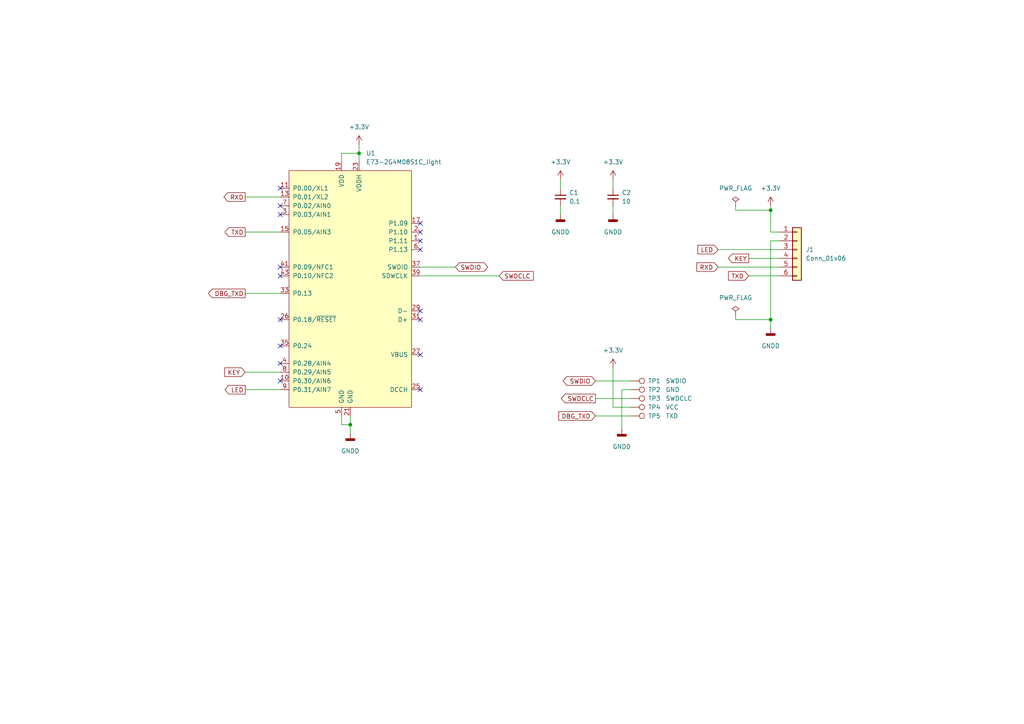
<source format=kicad_sch>
(kicad_sch (version 20211123) (generator eeschema)

  (uuid f743591c-844e-4a22-9ce7-e2a6824acfc2)

  (paper "A4")

  (lib_symbols
    (symbol "Connector:TestPoint" (pin_numbers hide) (pin_names (offset 0.762) hide) (in_bom yes) (on_board yes)
      (property "Reference" "TP" (id 0) (at 0 6.858 0)
        (effects (font (size 1.27 1.27)))
      )
      (property "Value" "TestPoint" (id 1) (at 0 5.08 0)
        (effects (font (size 1.27 1.27)))
      )
      (property "Footprint" "" (id 2) (at 5.08 0 0)
        (effects (font (size 1.27 1.27)) hide)
      )
      (property "Datasheet" "~" (id 3) (at 5.08 0 0)
        (effects (font (size 1.27 1.27)) hide)
      )
      (property "ki_keywords" "test point tp" (id 4) (at 0 0 0)
        (effects (font (size 1.27 1.27)) hide)
      )
      (property "ki_description" "test point" (id 5) (at 0 0 0)
        (effects (font (size 1.27 1.27)) hide)
      )
      (property "ki_fp_filters" "Pin* Test*" (id 6) (at 0 0 0)
        (effects (font (size 1.27 1.27)) hide)
      )
      (symbol "TestPoint_0_1"
        (circle (center 0 3.302) (radius 0.762)
          (stroke (width 0) (type default) (color 0 0 0 0))
          (fill (type none))
        )
      )
      (symbol "TestPoint_1_1"
        (pin passive line (at 0 0 90) (length 2.54)
          (name "1" (effects (font (size 1.27 1.27))))
          (number "1" (effects (font (size 1.27 1.27))))
        )
      )
    )
    (symbol "Connector_Generic:Conn_01x06" (pin_names (offset 1.016) hide) (in_bom yes) (on_board yes)
      (property "Reference" "J" (id 0) (at 0 7.62 0)
        (effects (font (size 1.27 1.27)))
      )
      (property "Value" "Conn_01x06" (id 1) (at 0 -10.16 0)
        (effects (font (size 1.27 1.27)))
      )
      (property "Footprint" "" (id 2) (at 0 0 0)
        (effects (font (size 1.27 1.27)) hide)
      )
      (property "Datasheet" "~" (id 3) (at 0 0 0)
        (effects (font (size 1.27 1.27)) hide)
      )
      (property "ki_keywords" "connector" (id 4) (at 0 0 0)
        (effects (font (size 1.27 1.27)) hide)
      )
      (property "ki_description" "Generic connector, single row, 01x06, script generated (kicad-library-utils/schlib/autogen/connector/)" (id 5) (at 0 0 0)
        (effects (font (size 1.27 1.27)) hide)
      )
      (property "ki_fp_filters" "Connector*:*_1x??_*" (id 6) (at 0 0 0)
        (effects (font (size 1.27 1.27)) hide)
      )
      (symbol "Conn_01x06_1_1"
        (rectangle (start -1.27 -7.493) (end 0 -7.747)
          (stroke (width 0.1524) (type default) (color 0 0 0 0))
          (fill (type none))
        )
        (rectangle (start -1.27 -4.953) (end 0 -5.207)
          (stroke (width 0.1524) (type default) (color 0 0 0 0))
          (fill (type none))
        )
        (rectangle (start -1.27 -2.413) (end 0 -2.667)
          (stroke (width 0.1524) (type default) (color 0 0 0 0))
          (fill (type none))
        )
        (rectangle (start -1.27 0.127) (end 0 -0.127)
          (stroke (width 0.1524) (type default) (color 0 0 0 0))
          (fill (type none))
        )
        (rectangle (start -1.27 2.667) (end 0 2.413)
          (stroke (width 0.1524) (type default) (color 0 0 0 0))
          (fill (type none))
        )
        (rectangle (start -1.27 5.207) (end 0 4.953)
          (stroke (width 0.1524) (type default) (color 0 0 0 0))
          (fill (type none))
        )
        (rectangle (start -1.27 6.35) (end 1.27 -8.89)
          (stroke (width 0.254) (type default) (color 0 0 0 0))
          (fill (type background))
        )
        (pin passive line (at -5.08 5.08 0) (length 3.81)
          (name "Pin_1" (effects (font (size 1.27 1.27))))
          (number "1" (effects (font (size 1.27 1.27))))
        )
        (pin passive line (at -5.08 2.54 0) (length 3.81)
          (name "Pin_2" (effects (font (size 1.27 1.27))))
          (number "2" (effects (font (size 1.27 1.27))))
        )
        (pin passive line (at -5.08 0 0) (length 3.81)
          (name "Pin_3" (effects (font (size 1.27 1.27))))
          (number "3" (effects (font (size 1.27 1.27))))
        )
        (pin passive line (at -5.08 -2.54 0) (length 3.81)
          (name "Pin_4" (effects (font (size 1.27 1.27))))
          (number "4" (effects (font (size 1.27 1.27))))
        )
        (pin passive line (at -5.08 -5.08 0) (length 3.81)
          (name "Pin_5" (effects (font (size 1.27 1.27))))
          (number "5" (effects (font (size 1.27 1.27))))
        )
        (pin passive line (at -5.08 -7.62 0) (length 3.81)
          (name "Pin_6" (effects (font (size 1.27 1.27))))
          (number "6" (effects (font (size 1.27 1.27))))
        )
      )
    )
    (symbol "Device:C_Small" (pin_numbers hide) (pin_names (offset 0.254) hide) (in_bom yes) (on_board yes)
      (property "Reference" "C" (id 0) (at 0.254 1.778 0)
        (effects (font (size 1.27 1.27)) (justify left))
      )
      (property "Value" "C_Small" (id 1) (at 0.254 -2.032 0)
        (effects (font (size 1.27 1.27)) (justify left))
      )
      (property "Footprint" "" (id 2) (at 0 0 0)
        (effects (font (size 1.27 1.27)) hide)
      )
      (property "Datasheet" "~" (id 3) (at 0 0 0)
        (effects (font (size 1.27 1.27)) hide)
      )
      (property "ki_keywords" "capacitor cap" (id 4) (at 0 0 0)
        (effects (font (size 1.27 1.27)) hide)
      )
      (property "ki_description" "Unpolarized capacitor, small symbol" (id 5) (at 0 0 0)
        (effects (font (size 1.27 1.27)) hide)
      )
      (property "ki_fp_filters" "C_*" (id 6) (at 0 0 0)
        (effects (font (size 1.27 1.27)) hide)
      )
      (symbol "C_Small_0_1"
        (polyline
          (pts
            (xy -1.524 -0.508)
            (xy 1.524 -0.508)
          )
          (stroke (width 0.3302) (type default) (color 0 0 0 0))
          (fill (type none))
        )
        (polyline
          (pts
            (xy -1.524 0.508)
            (xy 1.524 0.508)
          )
          (stroke (width 0.3048) (type default) (color 0 0 0 0))
          (fill (type none))
        )
      )
      (symbol "C_Small_1_1"
        (pin passive line (at 0 2.54 270) (length 2.032)
          (name "~" (effects (font (size 1.27 1.27))))
          (number "1" (effects (font (size 1.27 1.27))))
        )
        (pin passive line (at 0 -2.54 90) (length 2.032)
          (name "~" (effects (font (size 1.27 1.27))))
          (number "2" (effects (font (size 1.27 1.27))))
        )
      )
    )
    (symbol "nrf5:E73-2G4M08S1C_light" (pin_names (offset 1.016)) (in_bom yes) (on_board yes)
      (property "Reference" "U" (id 0) (at -15.24 -38.1 0)
        (effects (font (size 1.27 1.27)))
      )
      (property "Value" "E73-2G4M08S1C_light" (id 1) (at 0 0 90)
        (effects (font (size 1.27 1.27)))
      )
      (property "Footprint" "nrf5:E73-2G4M08S1C_light" (id 2) (at 2.54 0 90)
        (effects (font (size 1.27 1.27)) hide)
      )
      (property "Datasheet" "" (id 3) (at 0 0 0)
        (effects (font (size 1.27 1.27)) hide)
      )
      (symbol "E73-2G4M08S1C_light_0_1"
        (rectangle (start -17.78 33.02) (end 17.78 -35.56)
          (stroke (width 0) (type default) (color 0 0 0 0))
          (fill (type background))
        )
      )
      (symbol "E73-2G4M08S1C_light_1_1"
        (pin bidirectional line (at 20.32 12.7 180) (length 2.54)
          (name "P1.11" (effects (font (size 1.27 1.27))))
          (number "1" (effects (font (size 1.27 1.27))))
        )
        (pin bidirectional line (at -20.32 -27.94 0) (length 2.54)
          (name "P0.30/AIN6" (effects (font (size 1.27 1.27))))
          (number "10" (effects (font (size 1.27 1.27))))
        )
        (pin bidirectional line (at -20.32 27.94 0) (length 2.54)
          (name "P0.00/XL1" (effects (font (size 1.27 1.27))))
          (number "11" (effects (font (size 1.27 1.27))))
        )
        (pin bidirectional line (at -20.32 25.4 0) (length 2.54)
          (name "P0.01/XL2" (effects (font (size 1.27 1.27))))
          (number "13" (effects (font (size 1.27 1.27))))
        )
        (pin bidirectional line (at -20.32 15.24 0) (length 2.54)
          (name "P0.05/AIN3" (effects (font (size 1.27 1.27))))
          (number "15" (effects (font (size 1.27 1.27))))
        )
        (pin bidirectional line (at 20.32 17.78 180) (length 2.54)
          (name "P1.09" (effects (font (size 1.27 1.27))))
          (number "17" (effects (font (size 1.27 1.27))))
        )
        (pin power_in line (at -2.54 35.56 270) (length 2.54)
          (name "VDD" (effects (font (size 1.27 1.27))))
          (number "19" (effects (font (size 1.27 1.27))))
        )
        (pin bidirectional line (at 20.32 15.24 180) (length 2.54)
          (name "P1.10" (effects (font (size 1.27 1.27))))
          (number "2" (effects (font (size 1.27 1.27))))
        )
        (pin power_in line (at 0 -38.1 90) (length 2.54)
          (name "GND" (effects (font (size 1.27 1.27))))
          (number "21" (effects (font (size 1.27 1.27))))
        )
        (pin power_in line (at 2.54 35.56 270) (length 2.54)
          (name "VDDH" (effects (font (size 1.27 1.27))))
          (number "23" (effects (font (size 1.27 1.27))))
        )
        (pin power_out line (at 20.32 -30.48 180) (length 2.54)
          (name "DCCH" (effects (font (size 1.27 1.27))))
          (number "25" (effects (font (size 1.27 1.27))))
        )
        (pin bidirectional line (at -20.32 -10.16 0) (length 2.54)
          (name "P0.18/~{RESET}" (effects (font (size 1.27 1.27))))
          (number "26" (effects (font (size 1.27 1.27))))
        )
        (pin power_in line (at 20.32 -20.32 180) (length 2.54)
          (name "VBUS" (effects (font (size 1.27 1.27))))
          (number "27" (effects (font (size 1.27 1.27))))
        )
        (pin bidirectional line (at 20.32 -7.62 180) (length 2.54)
          (name "D-" (effects (font (size 1.27 1.27))))
          (number "29" (effects (font (size 1.27 1.27))))
        )
        (pin bidirectional line (at -20.32 20.32 0) (length 2.54)
          (name "P0.03/AIN1" (effects (font (size 1.27 1.27))))
          (number "3" (effects (font (size 1.27 1.27))))
        )
        (pin bidirectional line (at 20.32 -10.16 180) (length 2.54)
          (name "D+" (effects (font (size 1.27 1.27))))
          (number "31" (effects (font (size 1.27 1.27))))
        )
        (pin bidirectional line (at -20.32 -2.54 0) (length 2.54)
          (name "P0.13" (effects (font (size 1.27 1.27))))
          (number "33" (effects (font (size 1.27 1.27))))
        )
        (pin bidirectional line (at -20.32 -17.78 0) (length 2.54)
          (name "P0.24" (effects (font (size 1.27 1.27))))
          (number "35" (effects (font (size 1.27 1.27))))
        )
        (pin bidirectional line (at 20.32 5.08 180) (length 2.54)
          (name "SWDIO" (effects (font (size 1.27 1.27))))
          (number "37" (effects (font (size 1.27 1.27))))
        )
        (pin input line (at 20.32 2.54 180) (length 2.54)
          (name "SDWCLK" (effects (font (size 1.27 1.27))))
          (number "39" (effects (font (size 1.27 1.27))))
        )
        (pin bidirectional line (at -20.32 -22.86 0) (length 2.54)
          (name "P0.28/AIN4" (effects (font (size 1.27 1.27))))
          (number "4" (effects (font (size 1.27 1.27))))
        )
        (pin bidirectional line (at -20.32 5.08 0) (length 2.54)
          (name "P0.09/NFC1" (effects (font (size 1.27 1.27))))
          (number "41" (effects (font (size 1.27 1.27))))
        )
        (pin bidirectional line (at -20.32 2.54 0) (length 2.54)
          (name "P0.10/NFC2" (effects (font (size 1.27 1.27))))
          (number "43" (effects (font (size 1.27 1.27))))
        )
        (pin power_in line (at -2.54 -38.1 90) (length 2.54)
          (name "GND" (effects (font (size 1.27 1.27))))
          (number "5" (effects (font (size 1.27 1.27))))
        )
        (pin bidirectional line (at 20.32 10.16 180) (length 2.54)
          (name "P1.13" (effects (font (size 1.27 1.27))))
          (number "6" (effects (font (size 1.27 1.27))))
        )
        (pin bidirectional line (at -20.32 22.86 0) (length 2.54)
          (name "P0.02/AIN0" (effects (font (size 1.27 1.27))))
          (number "7" (effects (font (size 1.27 1.27))))
        )
        (pin bidirectional line (at -20.32 -25.4 0) (length 2.54)
          (name "P0.29/AIN5" (effects (font (size 1.27 1.27))))
          (number "8" (effects (font (size 1.27 1.27))))
        )
        (pin bidirectional line (at -20.32 -30.48 0) (length 2.54)
          (name "P0.31/AIN7" (effects (font (size 1.27 1.27))))
          (number "9" (effects (font (size 1.27 1.27))))
        )
      )
    )
    (symbol "power:+3.3V" (power) (pin_names (offset 0)) (in_bom yes) (on_board yes)
      (property "Reference" "#PWR" (id 0) (at 0 -3.81 0)
        (effects (font (size 1.27 1.27)) hide)
      )
      (property "Value" "+3.3V" (id 1) (at 0 3.556 0)
        (effects (font (size 1.27 1.27)))
      )
      (property "Footprint" "" (id 2) (at 0 0 0)
        (effects (font (size 1.27 1.27)) hide)
      )
      (property "Datasheet" "" (id 3) (at 0 0 0)
        (effects (font (size 1.27 1.27)) hide)
      )
      (property "ki_keywords" "power-flag" (id 4) (at 0 0 0)
        (effects (font (size 1.27 1.27)) hide)
      )
      (property "ki_description" "Power symbol creates a global label with name \"+3.3V\"" (id 5) (at 0 0 0)
        (effects (font (size 1.27 1.27)) hide)
      )
      (symbol "+3.3V_0_1"
        (polyline
          (pts
            (xy -0.762 1.27)
            (xy 0 2.54)
          )
          (stroke (width 0) (type default) (color 0 0 0 0))
          (fill (type none))
        )
        (polyline
          (pts
            (xy 0 0)
            (xy 0 2.54)
          )
          (stroke (width 0) (type default) (color 0 0 0 0))
          (fill (type none))
        )
        (polyline
          (pts
            (xy 0 2.54)
            (xy 0.762 1.27)
          )
          (stroke (width 0) (type default) (color 0 0 0 0))
          (fill (type none))
        )
      )
      (symbol "+3.3V_1_1"
        (pin power_in line (at 0 0 90) (length 0) hide
          (name "+3.3V" (effects (font (size 1.27 1.27))))
          (number "1" (effects (font (size 1.27 1.27))))
        )
      )
    )
    (symbol "power:GNDD" (power) (pin_names (offset 0)) (in_bom yes) (on_board yes)
      (property "Reference" "#PWR" (id 0) (at 0 -6.35 0)
        (effects (font (size 1.27 1.27)) hide)
      )
      (property "Value" "GNDD" (id 1) (at 0 -3.175 0)
        (effects (font (size 1.27 1.27)))
      )
      (property "Footprint" "" (id 2) (at 0 0 0)
        (effects (font (size 1.27 1.27)) hide)
      )
      (property "Datasheet" "" (id 3) (at 0 0 0)
        (effects (font (size 1.27 1.27)) hide)
      )
      (property "ki_keywords" "power-flag" (id 4) (at 0 0 0)
        (effects (font (size 1.27 1.27)) hide)
      )
      (property "ki_description" "Power symbol creates a global label with name \"GNDD\" , digital ground" (id 5) (at 0 0 0)
        (effects (font (size 1.27 1.27)) hide)
      )
      (symbol "GNDD_0_1"
        (rectangle (start -1.27 -1.524) (end 1.27 -2.032)
          (stroke (width 0.254) (type default) (color 0 0 0 0))
          (fill (type outline))
        )
        (polyline
          (pts
            (xy 0 0)
            (xy 0 -1.524)
          )
          (stroke (width 0) (type default) (color 0 0 0 0))
          (fill (type none))
        )
      )
      (symbol "GNDD_1_1"
        (pin power_in line (at 0 0 270) (length 0) hide
          (name "GNDD" (effects (font (size 1.27 1.27))))
          (number "1" (effects (font (size 1.27 1.27))))
        )
      )
    )
    (symbol "power:PWR_FLAG" (power) (pin_numbers hide) (pin_names (offset 0) hide) (in_bom yes) (on_board yes)
      (property "Reference" "#FLG" (id 0) (at 0 1.905 0)
        (effects (font (size 1.27 1.27)) hide)
      )
      (property "Value" "PWR_FLAG" (id 1) (at 0 3.81 0)
        (effects (font (size 1.27 1.27)))
      )
      (property "Footprint" "" (id 2) (at 0 0 0)
        (effects (font (size 1.27 1.27)) hide)
      )
      (property "Datasheet" "~" (id 3) (at 0 0 0)
        (effects (font (size 1.27 1.27)) hide)
      )
      (property "ki_keywords" "power-flag" (id 4) (at 0 0 0)
        (effects (font (size 1.27 1.27)) hide)
      )
      (property "ki_description" "Special symbol for telling ERC where power comes from" (id 5) (at 0 0 0)
        (effects (font (size 1.27 1.27)) hide)
      )
      (symbol "PWR_FLAG_0_0"
        (pin power_out line (at 0 0 90) (length 0)
          (name "pwr" (effects (font (size 1.27 1.27))))
          (number "1" (effects (font (size 1.27 1.27))))
        )
      )
      (symbol "PWR_FLAG_0_1"
        (polyline
          (pts
            (xy 0 0)
            (xy 0 1.27)
            (xy -1.016 1.905)
            (xy 0 2.54)
            (xy 1.016 1.905)
            (xy 0 1.27)
          )
          (stroke (width 0) (type default) (color 0 0 0 0))
          (fill (type none))
        )
      )
    )
  )


  (junction (at 104.14 44.45) (diameter 0) (color 0 0 0 0)
    (uuid 1db6969b-2f27-496e-bfd9-361df1b606dc)
  )
  (junction (at 223.52 92.71) (diameter 0) (color 0 0 0 0)
    (uuid 3fa4f282-088f-4682-a974-57897318690b)
  )
  (junction (at 101.6 123.19) (diameter 0) (color 0 0 0 0)
    (uuid b8dbc567-2500-4099-a35f-d348eddf861b)
  )
  (junction (at 223.52 60.96) (diameter 0) (color 0 0 0 0)
    (uuid e7c3170f-5bfa-44bb-9d15-81666507b11f)
  )

  (no_connect (at 81.28 110.49) (uuid 536b90bf-4dca-49cc-aa7d-dcf91199453a))
  (no_connect (at 81.28 105.41) (uuid 536b90bf-4dca-49cc-aa7d-dcf91199453a))
  (no_connect (at 81.28 77.47) (uuid 536b90bf-4dca-49cc-aa7d-dcf91199453a))
  (no_connect (at 81.28 80.01) (uuid 536b90bf-4dca-49cc-aa7d-dcf91199453a))
  (no_connect (at 81.28 100.33) (uuid 536b90bf-4dca-49cc-aa7d-dcf91199453a))
  (no_connect (at 121.92 69.85) (uuid 536b90bf-4dca-49cc-aa7d-dcf91199453a))
  (no_connect (at 121.92 72.39) (uuid 536b90bf-4dca-49cc-aa7d-dcf91199453a))
  (no_connect (at 121.92 67.31) (uuid 536b90bf-4dca-49cc-aa7d-dcf91199453a))
  (no_connect (at 121.92 64.77) (uuid 536b90bf-4dca-49cc-aa7d-dcf91199453a))
  (no_connect (at 81.28 59.69) (uuid 536b90bf-4dca-49cc-aa7d-dcf91199453a))
  (no_connect (at 81.28 62.23) (uuid 536b90bf-4dca-49cc-aa7d-dcf91199453a))
  (no_connect (at 81.28 54.61) (uuid 536b90bf-4dca-49cc-aa7d-dcf91199453a))
  (no_connect (at 121.92 113.03) (uuid 6b39227f-d30e-4309-8bf7-9fe148d96435))
  (no_connect (at 121.92 102.87) (uuid 6b39227f-d30e-4309-8bf7-9fe148d96436))
  (no_connect (at 121.92 92.71) (uuid 6b39227f-d30e-4309-8bf7-9fe148d96437))
  (no_connect (at 121.92 90.17) (uuid 6b39227f-d30e-4309-8bf7-9fe148d96438))
  (no_connect (at 81.28 92.71) (uuid 6b39227f-d30e-4309-8bf7-9fe148d96439))

  (wire (pts (xy 71.12 113.03) (xy 81.28 113.03))
    (stroke (width 0) (type default) (color 0 0 0 0))
    (uuid 1261a5d1-021b-4bd6-bafb-64c20d6f2834)
  )
  (wire (pts (xy 121.92 77.47) (xy 132.08 77.47))
    (stroke (width 0) (type default) (color 0 0 0 0))
    (uuid 1c70a019-f5fb-4d42-8734-92b1a1c01ca0)
  )
  (wire (pts (xy 208.28 72.39) (xy 226.06 72.39))
    (stroke (width 0) (type default) (color 0 0 0 0))
    (uuid 1fa753dd-35e0-4bbe-97a8-8575b4355fc2)
  )
  (wire (pts (xy 213.36 60.96) (xy 223.52 60.96))
    (stroke (width 0) (type default) (color 0 0 0 0))
    (uuid 30878ce1-233c-4e39-8b70-afcaa27fe345)
  )
  (wire (pts (xy 182.88 115.57) (xy 172.72 115.57))
    (stroke (width 0) (type default) (color 0 0 0 0))
    (uuid 3c98c5eb-e949-4f8d-a139-f0e1b44f5d73)
  )
  (wire (pts (xy 223.52 59.69) (xy 223.52 60.96))
    (stroke (width 0) (type default) (color 0 0 0 0))
    (uuid 3eec0b6a-d708-4f57-80ec-60582933abde)
  )
  (wire (pts (xy 99.06 46.99) (xy 99.06 44.45))
    (stroke (width 0) (type default) (color 0 0 0 0))
    (uuid 4704bd58-f312-4b13-b497-e98e582fb447)
  )
  (wire (pts (xy 213.36 91.44) (xy 213.36 92.71))
    (stroke (width 0) (type default) (color 0 0 0 0))
    (uuid 49498680-8fee-4bbe-9f8f-4d182a117183)
  )
  (wire (pts (xy 177.8 118.11) (xy 182.88 118.11))
    (stroke (width 0) (type default) (color 0 0 0 0))
    (uuid 4f7fd926-650a-442c-9841-374527e11e0d)
  )
  (wire (pts (xy 177.8 52.07) (xy 177.8 54.61))
    (stroke (width 0) (type default) (color 0 0 0 0))
    (uuid 5244131b-4991-4689-926c-1a9f3696deea)
  )
  (wire (pts (xy 177.8 59.69) (xy 177.8 62.23))
    (stroke (width 0) (type default) (color 0 0 0 0))
    (uuid 53f15ece-816e-40fb-8cf3-bfbdf54fdde1)
  )
  (wire (pts (xy 121.92 80.01) (xy 144.78 80.01))
    (stroke (width 0) (type default) (color 0 0 0 0))
    (uuid 590def06-2d4e-4116-a26d-d8ccad5a5f2e)
  )
  (wire (pts (xy 101.6 120.65) (xy 101.6 123.19))
    (stroke (width 0) (type default) (color 0 0 0 0))
    (uuid 59e14194-013e-4124-8492-39d9e23253c9)
  )
  (wire (pts (xy 223.52 69.85) (xy 223.52 92.71))
    (stroke (width 0) (type default) (color 0 0 0 0))
    (uuid 5aa3af75-a4d8-4e55-b290-c1d156a99b1a)
  )
  (wire (pts (xy 71.12 107.95) (xy 81.28 107.95))
    (stroke (width 0) (type default) (color 0 0 0 0))
    (uuid 5d9e7232-2c41-4366-8433-b25c60a8443b)
  )
  (wire (pts (xy 213.36 92.71) (xy 223.52 92.71))
    (stroke (width 0) (type default) (color 0 0 0 0))
    (uuid 69db891c-fae4-4fc7-89d9-ff72db1543cc)
  )
  (wire (pts (xy 99.06 120.65) (xy 99.06 123.19))
    (stroke (width 0) (type default) (color 0 0 0 0))
    (uuid 6aad9864-d752-4b12-b23f-734f0c96fd82)
  )
  (wire (pts (xy 162.56 52.07) (xy 162.56 54.61))
    (stroke (width 0) (type default) (color 0 0 0 0))
    (uuid 7690600c-b0ed-4107-af74-2d8d5b80bf64)
  )
  (wire (pts (xy 217.17 80.01) (xy 226.06 80.01))
    (stroke (width 0) (type default) (color 0 0 0 0))
    (uuid 7743cfcb-346b-4885-bf05-5398325ef996)
  )
  (wire (pts (xy 162.56 59.69) (xy 162.56 62.23))
    (stroke (width 0) (type default) (color 0 0 0 0))
    (uuid 8bedd7b3-1b1d-481c-ac66-7eed475ee620)
  )
  (wire (pts (xy 213.36 59.69) (xy 213.36 60.96))
    (stroke (width 0) (type default) (color 0 0 0 0))
    (uuid 90976f11-7a8a-47c9-a7b7-a30e38f5d22d)
  )
  (wire (pts (xy 223.52 60.96) (xy 223.52 67.31))
    (stroke (width 0) (type default) (color 0 0 0 0))
    (uuid 95081767-f2aa-41fc-b21c-0756d66c260c)
  )
  (wire (pts (xy 99.06 123.19) (xy 101.6 123.19))
    (stroke (width 0) (type default) (color 0 0 0 0))
    (uuid 993d54af-b342-4aa6-9cb6-985490ff80ce)
  )
  (wire (pts (xy 180.34 113.03) (xy 182.88 113.03))
    (stroke (width 0) (type default) (color 0 0 0 0))
    (uuid a26d6d13-6396-4ca9-a7e2-3c34dfcfa485)
  )
  (wire (pts (xy 104.14 41.91) (xy 104.14 44.45))
    (stroke (width 0) (type default) (color 0 0 0 0))
    (uuid abfc8d62-97f6-4335-92f8-8d363086a626)
  )
  (wire (pts (xy 226.06 67.31) (xy 223.52 67.31))
    (stroke (width 0) (type default) (color 0 0 0 0))
    (uuid b5fc5a79-21b5-4de9-9456-deee37505d1b)
  )
  (wire (pts (xy 101.6 123.19) (xy 101.6 125.73))
    (stroke (width 0) (type default) (color 0 0 0 0))
    (uuid b914f925-542d-48cb-bc90-bdc2ce8973c9)
  )
  (wire (pts (xy 180.34 113.03) (xy 180.34 124.46))
    (stroke (width 0) (type default) (color 0 0 0 0))
    (uuid bcb73d1e-f066-455e-b0d2-d4376f32259f)
  )
  (wire (pts (xy 208.28 77.47) (xy 226.06 77.47))
    (stroke (width 0) (type default) (color 0 0 0 0))
    (uuid c3d43f88-c821-4da4-93c0-9a00012da8a1)
  )
  (wire (pts (xy 104.14 44.45) (xy 104.14 46.99))
    (stroke (width 0) (type default) (color 0 0 0 0))
    (uuid c8383c00-8792-474d-b86a-1fd4c89bbf33)
  )
  (wire (pts (xy 223.52 69.85) (xy 226.06 69.85))
    (stroke (width 0) (type default) (color 0 0 0 0))
    (uuid d3a68a27-c3f8-49c4-a98d-f3899384ea14)
  )
  (wire (pts (xy 71.12 57.15) (xy 81.28 57.15))
    (stroke (width 0) (type default) (color 0 0 0 0))
    (uuid dba2dbf4-9605-4545-bd35-1ce277241a90)
  )
  (wire (pts (xy 71.12 67.31) (xy 81.28 67.31))
    (stroke (width 0) (type default) (color 0 0 0 0))
    (uuid e1d3b6a5-379c-4db5-b756-cb2304fe93af)
  )
  (wire (pts (xy 172.72 120.65) (xy 182.88 120.65))
    (stroke (width 0) (type default) (color 0 0 0 0))
    (uuid e4f34462-6d58-4887-bbd3-11c63f399c09)
  )
  (wire (pts (xy 223.52 92.71) (xy 223.52 95.25))
    (stroke (width 0) (type default) (color 0 0 0 0))
    (uuid e67d40da-42b6-4888-8622-e068507f9913)
  )
  (wire (pts (xy 71.12 85.09) (xy 81.28 85.09))
    (stroke (width 0) (type default) (color 0 0 0 0))
    (uuid ec3d178a-a0e4-4bd9-99f3-83f3cf7e4176)
  )
  (wire (pts (xy 99.06 44.45) (xy 104.14 44.45))
    (stroke (width 0) (type default) (color 0 0 0 0))
    (uuid f22ba559-3afe-447c-b03a-a226219bf72c)
  )
  (wire (pts (xy 182.88 110.49) (xy 172.72 110.49))
    (stroke (width 0) (type default) (color 0 0 0 0))
    (uuid f9f2741b-4957-4b70-ab35-d6b6b4c4498b)
  )
  (wire (pts (xy 217.17 74.93) (xy 226.06 74.93))
    (stroke (width 0) (type default) (color 0 0 0 0))
    (uuid fb2ed762-6642-46a4-9348-440808c72d1a)
  )
  (wire (pts (xy 177.8 106.68) (xy 177.8 118.11))
    (stroke (width 0) (type default) (color 0 0 0 0))
    (uuid fd9584ed-565d-4fab-82bd-bd749b25ddae)
  )

  (global_label "DBG_TXD" (shape output) (at 71.12 85.09 180) (fields_autoplaced)
    (effects (font (size 1.27 1.27)) (justify right))
    (uuid 6992478d-ce26-447c-9dff-b1489150dee2)
    (property "Intersheet References" "${INTERSHEET_REFS}" (id 0) (at 60.4821 85.0106 0)
      (effects (font (size 1.27 1.27)) (justify right) hide)
    )
  )
  (global_label "KEY" (shape input) (at 71.12 107.95 180) (fields_autoplaced)
    (effects (font (size 1.27 1.27)) (justify right))
    (uuid 6a693f11-8e62-4814-a4b3-603fa7777c3b)
    (property "Intersheet References" "${INTERSHEET_REFS}" (id 0) (at 65.1993 107.8706 0)
      (effects (font (size 1.27 1.27)) (justify right) hide)
    )
  )
  (global_label "DBG_TXD" (shape input) (at 172.72 120.65 180) (fields_autoplaced)
    (effects (font (size 1.27 1.27)) (justify right))
    (uuid 6aebc1d6-c9dc-47e0-8e8f-78106857f0dd)
    (property "Intersheet References" "${INTERSHEET_REFS}" (id 0) (at 162.0821 120.5706 0)
      (effects (font (size 1.27 1.27)) (justify right) hide)
    )
  )
  (global_label "SWDCLC" (shape input) (at 144.78 80.01 0) (fields_autoplaced)
    (effects (font (size 1.27 1.27)) (justify left))
    (uuid 6cd85567-bdbb-48dd-8b3b-73161b38c6b4)
    (property "Intersheet References" "${INTERSHEET_REFS}" (id 0) (at 154.6921 80.0894 0)
      (effects (font (size 1.27 1.27)) (justify left) hide)
    )
  )
  (global_label "RXD" (shape output) (at 71.12 57.15 180) (fields_autoplaced)
    (effects (font (size 1.27 1.27)) (justify right))
    (uuid 7f741cbd-2692-47a3-a5b2-2c00e42a750f)
    (property "Intersheet References" "${INTERSHEET_REFS}" (id 0) (at 64.9574 57.0706 0)
      (effects (font (size 1.27 1.27)) (justify right) hide)
    )
  )
  (global_label "SWDIO" (shape bidirectional) (at 132.08 77.47 0) (fields_autoplaced)
    (effects (font (size 1.27 1.27)) (justify left))
    (uuid 8369b438-8f38-4b68-9c9a-8e3770e301e6)
    (property "Intersheet References" "${INTERSHEET_REFS}" (id 0) (at 140.3593 77.5494 0)
      (effects (font (size 1.27 1.27)) (justify left) hide)
    )
  )
  (global_label "TXD" (shape output) (at 71.12 67.31 180) (fields_autoplaced)
    (effects (font (size 1.27 1.27)) (justify right))
    (uuid 9ea6daa6-e151-45ec-8edf-033b5c0fe017)
    (property "Intersheet References" "${INTERSHEET_REFS}" (id 0) (at 65.2598 67.3894 0)
      (effects (font (size 1.27 1.27)) (justify right) hide)
    )
  )
  (global_label "KEY" (shape output) (at 217.17 74.93 180) (fields_autoplaced)
    (effects (font (size 1.27 1.27)) (justify right))
    (uuid afc22ed9-6d4f-4da6-af2e-b4b8d8e06cb0)
    (property "Intersheet References" "${INTERSHEET_REFS}" (id 0) (at 211.2493 74.8506 0)
      (effects (font (size 1.27 1.27)) (justify right) hide)
    )
  )
  (global_label "RXD" (shape input) (at 208.28 77.47 180) (fields_autoplaced)
    (effects (font (size 1.27 1.27)) (justify right))
    (uuid b652c479-aecb-4503-b5d4-cb544fc6328d)
    (property "Intersheet References" "${INTERSHEET_REFS}" (id 0) (at 202.1174 77.3906 0)
      (effects (font (size 1.27 1.27)) (justify right) hide)
    )
  )
  (global_label "TXD" (shape input) (at 217.17 80.01 180) (fields_autoplaced)
    (effects (font (size 1.27 1.27)) (justify right))
    (uuid bb12571e-019b-45ad-8aef-5d31d99a6435)
    (property "Intersheet References" "${INTERSHEET_REFS}" (id 0) (at 211.3098 79.9306 0)
      (effects (font (size 1.27 1.27)) (justify right) hide)
    )
  )
  (global_label "LED" (shape output) (at 71.12 113.03 180) (fields_autoplaced)
    (effects (font (size 1.27 1.27)) (justify right))
    (uuid d19ecacf-d4f8-4c0e-8aad-98e44d68a176)
    (property "Intersheet References" "${INTERSHEET_REFS}" (id 0) (at 65.2598 112.9506 0)
      (effects (font (size 1.27 1.27)) (justify right) hide)
    )
  )
  (global_label "SWDIO" (shape bidirectional) (at 172.72 110.49 180) (fields_autoplaced)
    (effects (font (size 1.27 1.27)) (justify right))
    (uuid d34021cd-a462-4ba6-8086-918ed416cbfd)
    (property "Intersheet References" "${INTERSHEET_REFS}" (id 0) (at 164.4407 110.4106 0)
      (effects (font (size 1.27 1.27)) (justify right) hide)
    )
  )
  (global_label "SWDCLC" (shape output) (at 172.72 115.57 180) (fields_autoplaced)
    (effects (font (size 1.27 1.27)) (justify right))
    (uuid e0a3ae83-17e8-4af8-a0de-fd7aeb8c7421)
    (property "Intersheet References" "${INTERSHEET_REFS}" (id 0) (at 162.8079 115.4906 0)
      (effects (font (size 1.27 1.27)) (justify right) hide)
    )
  )
  (global_label "LED" (shape input) (at 208.28 72.39 180) (fields_autoplaced)
    (effects (font (size 1.27 1.27)) (justify right))
    (uuid fb073ab3-2dc9-4be4-839a-aaa1956eb197)
    (property "Intersheet References" "${INTERSHEET_REFS}" (id 0) (at 202.4198 72.3106 0)
      (effects (font (size 1.27 1.27)) (justify right) hide)
    )
  )

  (symbol (lib_id "power:+3.3V") (at 162.56 52.07 0) (unit 1)
    (in_bom yes) (on_board yes) (fields_autoplaced)
    (uuid 0560ccd5-f906-4a4b-a4f5-232a98f5e809)
    (property "Reference" "#PWR03" (id 0) (at 162.56 55.88 0)
      (effects (font (size 1.27 1.27)) hide)
    )
    (property "Value" "+3.3V" (id 1) (at 162.56 46.99 0))
    (property "Footprint" "" (id 2) (at 162.56 52.07 0)
      (effects (font (size 1.27 1.27)) hide)
    )
    (property "Datasheet" "" (id 3) (at 162.56 52.07 0)
      (effects (font (size 1.27 1.27)) hide)
    )
    (pin "1" (uuid 4d152a64-52dc-4fa2-92f7-7e1f097c0347))
  )

  (symbol (lib_id "power:GNDD") (at 162.56 62.23 0) (unit 1)
    (in_bom yes) (on_board yes) (fields_autoplaced)
    (uuid 0c0eb9dc-f232-46c6-9724-10f468f1e935)
    (property "Reference" "#PWR04" (id 0) (at 162.56 68.58 0)
      (effects (font (size 1.27 1.27)) hide)
    )
    (property "Value" "GNDD" (id 1) (at 162.56 67.31 0))
    (property "Footprint" "" (id 2) (at 162.56 62.23 0)
      (effects (font (size 1.27 1.27)) hide)
    )
    (property "Datasheet" "" (id 3) (at 162.56 62.23 0)
      (effects (font (size 1.27 1.27)) hide)
    )
    (pin "1" (uuid f44ff69f-68b2-438d-ae15-748f1ac1cb62))
  )

  (symbol (lib_id "Connector_Generic:Conn_01x06") (at 231.14 72.39 0) (unit 1)
    (in_bom yes) (on_board yes) (fields_autoplaced)
    (uuid 126616f4-9afd-45eb-8460-35a2929d4f37)
    (property "Reference" "J1" (id 0) (at 233.68 72.3899 0)
      (effects (font (size 1.27 1.27)) (justify left))
    )
    (property "Value" "Conn_01x06" (id 1) (at 233.68 74.9299 0)
      (effects (font (size 1.27 1.27)) (justify left))
    )
    (property "Footprint" "Connector_PinHeader_2.00mm:PinHeader_1x06_P2.00mm_Vertical" (id 2) (at 231.14 72.39 0)
      (effects (font (size 1.27 1.27)) hide)
    )
    (property "Datasheet" "~" (id 3) (at 231.14 72.39 0)
      (effects (font (size 1.27 1.27)) hide)
    )
    (pin "1" (uuid 11bea91e-80cc-4f32-acc9-ef8e04f9945a))
    (pin "2" (uuid 1cd5be3b-060d-4132-abd3-523e20eaddf6))
    (pin "3" (uuid 8fd72105-cd85-4cb9-a4b8-658747836ea5))
    (pin "4" (uuid 7f3b13ca-af32-4b23-a516-8c7aef35b618))
    (pin "5" (uuid af38ab26-d297-4b42-af15-a903728e1024))
    (pin "6" (uuid bb46621c-1b44-448b-ac03-08229aeaf9cb))
  )

  (symbol (lib_id "Device:C_Small") (at 177.8 57.15 0) (unit 1)
    (in_bom yes) (on_board yes) (fields_autoplaced)
    (uuid 3930edbf-4965-4ab0-86ae-118e2715e024)
    (property "Reference" "C2" (id 0) (at 180.34 55.8862 0)
      (effects (font (size 1.27 1.27)) (justify left))
    )
    (property "Value" "10" (id 1) (at 180.34 58.4262 0)
      (effects (font (size 1.27 1.27)) (justify left))
    )
    (property "Footprint" "Capacitor_SMD:C_0603_1608Metric" (id 2) (at 177.8 57.15 0)
      (effects (font (size 1.27 1.27)) hide)
    )
    (property "Datasheet" "~" (id 3) (at 177.8 57.15 0)
      (effects (font (size 1.27 1.27)) hide)
    )
    (pin "1" (uuid 2dec8024-6926-41af-bc1c-4307e34f8264))
    (pin "2" (uuid 95ae59a3-9702-4da0-9b51-af1f0a584df9))
  )

  (symbol (lib_id "power:GNDD") (at 223.52 95.25 0) (unit 1)
    (in_bom yes) (on_board yes) (fields_autoplaced)
    (uuid 3e402859-92b9-4b85-9305-7ca83e2a8aba)
    (property "Reference" "#PWR010" (id 0) (at 223.52 101.6 0)
      (effects (font (size 1.27 1.27)) hide)
    )
    (property "Value" "GNDD" (id 1) (at 223.52 100.33 0))
    (property "Footprint" "" (id 2) (at 223.52 95.25 0)
      (effects (font (size 1.27 1.27)) hide)
    )
    (property "Datasheet" "" (id 3) (at 223.52 95.25 0)
      (effects (font (size 1.27 1.27)) hide)
    )
    (pin "1" (uuid 697add76-7545-4d54-a70c-1263eea7ebd8))
  )

  (symbol (lib_id "power:PWR_FLAG") (at 213.36 59.69 0) (unit 1)
    (in_bom yes) (on_board yes) (fields_autoplaced)
    (uuid 53c0896f-73cb-4eb0-9234-ed051c44cf51)
    (property "Reference" "#FLG0101" (id 0) (at 213.36 57.785 0)
      (effects (font (size 1.27 1.27)) hide)
    )
    (property "Value" "PWR_FLAG" (id 1) (at 213.36 54.61 0))
    (property "Footprint" "" (id 2) (at 213.36 59.69 0)
      (effects (font (size 1.27 1.27)) hide)
    )
    (property "Datasheet" "~" (id 3) (at 213.36 59.69 0)
      (effects (font (size 1.27 1.27)) hide)
    )
    (pin "1" (uuid a92bd046-24d7-47e8-854b-1e1376400880))
  )

  (symbol (lib_id "power:+3.3V") (at 223.52 59.69 0) (unit 1)
    (in_bom yes) (on_board yes) (fields_autoplaced)
    (uuid 6897a99e-4473-49ec-8492-48266ecdbf94)
    (property "Reference" "#PWR09" (id 0) (at 223.52 63.5 0)
      (effects (font (size 1.27 1.27)) hide)
    )
    (property "Value" "+3.3V" (id 1) (at 223.52 54.61 0))
    (property "Footprint" "" (id 2) (at 223.52 59.69 0)
      (effects (font (size 1.27 1.27)) hide)
    )
    (property "Datasheet" "" (id 3) (at 223.52 59.69 0)
      (effects (font (size 1.27 1.27)) hide)
    )
    (pin "1" (uuid 3289f15b-f09d-417a-8964-ad463725097c))
  )

  (symbol (lib_id "Connector:TestPoint") (at 182.88 118.11 270) (unit 1)
    (in_bom yes) (on_board yes)
    (uuid 7d5f3c6f-e90d-4e25-82a7-610bb9c4199d)
    (property "Reference" "TP4" (id 0) (at 187.96 118.11 90)
      (effects (font (size 1.27 1.27)) (justify left))
    )
    (property "Value" "VCC" (id 1) (at 193.04 118.11 90)
      (effects (font (size 1.27 1.27)) (justify left))
    )
    (property "Footprint" "TestPoint:TestPoint_Pad_D1.0mm" (id 2) (at 182.88 123.19 0)
      (effects (font (size 1.27 1.27)) hide)
    )
    (property "Datasheet" "~" (id 3) (at 182.88 123.19 0)
      (effects (font (size 1.27 1.27)) hide)
    )
    (pin "1" (uuid 4f56e87d-12e1-474e-b763-b00a343bc491))
  )

  (symbol (lib_id "Device:C_Small") (at 162.56 57.15 0) (unit 1)
    (in_bom yes) (on_board yes) (fields_autoplaced)
    (uuid 87080043-3646-4379-8c51-7490ab73c62f)
    (property "Reference" "C1" (id 0) (at 165.1 55.8862 0)
      (effects (font (size 1.27 1.27)) (justify left))
    )
    (property "Value" "0.1" (id 1) (at 165.1 58.4262 0)
      (effects (font (size 1.27 1.27)) (justify left))
    )
    (property "Footprint" "Capacitor_SMD:C_0603_1608Metric" (id 2) (at 162.56 57.15 0)
      (effects (font (size 1.27 1.27)) hide)
    )
    (property "Datasheet" "~" (id 3) (at 162.56 57.15 0)
      (effects (font (size 1.27 1.27)) hide)
    )
    (pin "1" (uuid 5b7337a3-a35b-4b83-a225-139152eda298))
    (pin "2" (uuid 9929d5e9-8d7e-43f9-9468-25a08d327d57))
  )

  (symbol (lib_id "power:GNDD") (at 177.8 62.23 0) (unit 1)
    (in_bom yes) (on_board yes) (fields_autoplaced)
    (uuid 8e09e80e-034b-4f3b-ac8b-ce33fadd186f)
    (property "Reference" "#PWR06" (id 0) (at 177.8 68.58 0)
      (effects (font (size 1.27 1.27)) hide)
    )
    (property "Value" "GNDD" (id 1) (at 177.8 67.31 0))
    (property "Footprint" "" (id 2) (at 177.8 62.23 0)
      (effects (font (size 1.27 1.27)) hide)
    )
    (property "Datasheet" "" (id 3) (at 177.8 62.23 0)
      (effects (font (size 1.27 1.27)) hide)
    )
    (pin "1" (uuid c13303bb-6ef6-4898-b654-e987cf3c7213))
  )

  (symbol (lib_id "Connector:TestPoint") (at 182.88 113.03 270) (unit 1)
    (in_bom yes) (on_board yes)
    (uuid 90aadb96-f340-4f2c-9f8f-fec36edfe6cc)
    (property "Reference" "TP2" (id 0) (at 187.96 113.03 90)
      (effects (font (size 1.27 1.27)) (justify left))
    )
    (property "Value" "GND" (id 1) (at 193.04 113.03 90)
      (effects (font (size 1.27 1.27)) (justify left))
    )
    (property "Footprint" "TestPoint:TestPoint_Pad_D1.0mm" (id 2) (at 182.88 118.11 0)
      (effects (font (size 1.27 1.27)) hide)
    )
    (property "Datasheet" "~" (id 3) (at 182.88 118.11 0)
      (effects (font (size 1.27 1.27)) hide)
    )
    (pin "1" (uuid ce7f8f10-e288-4f70-adcb-19be4728f9be))
  )

  (symbol (lib_id "Connector:TestPoint") (at 182.88 115.57 270) (unit 1)
    (in_bom yes) (on_board yes)
    (uuid 926b16e6-e3ab-4744-a886-83ab43700773)
    (property "Reference" "TP3" (id 0) (at 187.96 115.57 90)
      (effects (font (size 1.27 1.27)) (justify left))
    )
    (property "Value" "SWDCLC" (id 1) (at 193.04 115.57 90)
      (effects (font (size 1.27 1.27)) (justify left))
    )
    (property "Footprint" "TestPoint:TestPoint_Pad_D1.0mm" (id 2) (at 182.88 120.65 0)
      (effects (font (size 1.27 1.27)) hide)
    )
    (property "Datasheet" "~" (id 3) (at 182.88 120.65 0)
      (effects (font (size 1.27 1.27)) hide)
    )
    (pin "1" (uuid 5caa8112-8b47-4fc2-ac99-0738f36e5ba9))
  )

  (symbol (lib_id "Connector:TestPoint") (at 182.88 110.49 270) (unit 1)
    (in_bom yes) (on_board yes)
    (uuid 9af97f3a-e083-4f10-af56-0e29af0d823f)
    (property "Reference" "TP1" (id 0) (at 187.96 110.49 90)
      (effects (font (size 1.27 1.27)) (justify left))
    )
    (property "Value" "SWDIO" (id 1) (at 193.04 110.49 90)
      (effects (font (size 1.27 1.27)) (justify left))
    )
    (property "Footprint" "TestPoint:TestPoint_Pad_D1.0mm" (id 2) (at 182.88 115.57 0)
      (effects (font (size 1.27 1.27)) hide)
    )
    (property "Datasheet" "~" (id 3) (at 182.88 115.57 0)
      (effects (font (size 1.27 1.27)) hide)
    )
    (pin "1" (uuid e8eb131f-813f-4bc8-8970-2505546214f9))
  )

  (symbol (lib_id "power:+3.3V") (at 104.14 41.91 0) (unit 1)
    (in_bom yes) (on_board yes) (fields_autoplaced)
    (uuid 9f39768d-dbb5-45a8-997a-7e5ab748d063)
    (property "Reference" "#PWR02" (id 0) (at 104.14 45.72 0)
      (effects (font (size 1.27 1.27)) hide)
    )
    (property "Value" "+3.3V" (id 1) (at 104.14 36.83 0))
    (property "Footprint" "" (id 2) (at 104.14 41.91 0)
      (effects (font (size 1.27 1.27)) hide)
    )
    (property "Datasheet" "" (id 3) (at 104.14 41.91 0)
      (effects (font (size 1.27 1.27)) hide)
    )
    (pin "1" (uuid 552bec33-c459-4d49-b5b5-1386d2212c1d))
  )

  (symbol (lib_id "power:+3.3V") (at 177.8 52.07 0) (unit 1)
    (in_bom yes) (on_board yes) (fields_autoplaced)
    (uuid a8225543-4d57-478c-bcf6-427b2adc2dae)
    (property "Reference" "#PWR05" (id 0) (at 177.8 55.88 0)
      (effects (font (size 1.27 1.27)) hide)
    )
    (property "Value" "+3.3V" (id 1) (at 177.8 46.99 0))
    (property "Footprint" "" (id 2) (at 177.8 52.07 0)
      (effects (font (size 1.27 1.27)) hide)
    )
    (property "Datasheet" "" (id 3) (at 177.8 52.07 0)
      (effects (font (size 1.27 1.27)) hide)
    )
    (pin "1" (uuid e4bad98e-dcc8-4983-9e0e-3087e5605702))
  )

  (symbol (lib_id "power:GNDD") (at 180.34 124.46 0) (mirror y) (unit 1)
    (in_bom yes) (on_board yes) (fields_autoplaced)
    (uuid d86c6d69-f946-4dbc-9f78-4104778c0369)
    (property "Reference" "#PWR08" (id 0) (at 180.34 130.81 0)
      (effects (font (size 1.27 1.27)) hide)
    )
    (property "Value" "GNDD" (id 1) (at 180.34 129.54 0))
    (property "Footprint" "" (id 2) (at 180.34 124.46 0)
      (effects (font (size 1.27 1.27)) hide)
    )
    (property "Datasheet" "" (id 3) (at 180.34 124.46 0)
      (effects (font (size 1.27 1.27)) hide)
    )
    (pin "1" (uuid a25373e7-afc6-4008-91b2-d5cc0d0ca469))
  )

  (symbol (lib_id "nrf5:E73-2G4M08S1C_light") (at 101.6 82.55 0) (unit 1)
    (in_bom yes) (on_board yes) (fields_autoplaced)
    (uuid d8e0f11a-1c83-4cb2-99db-0395a807ee47)
    (property "Reference" "U1" (id 0) (at 106.1594 44.45 0)
      (effects (font (size 1.27 1.27)) (justify left))
    )
    (property "Value" "E73-2G4M08S1C_light" (id 1) (at 106.1594 46.99 0)
      (effects (font (size 1.27 1.27)) (justify left))
    )
    (property "Footprint" "nrf5:E73-2G4M08S1C_light" (id 2) (at 104.14 82.55 90)
      (effects (font (size 1.27 1.27)) hide)
    )
    (property "Datasheet" "" (id 3) (at 101.6 82.55 0)
      (effects (font (size 1.27 1.27)) hide)
    )
    (pin "1" (uuid d09d1521-97cb-4341-b624-7f50bdbf1a79))
    (pin "10" (uuid d7910f78-0f87-49ff-9d73-282a784c47b6))
    (pin "11" (uuid 76b11c3d-3ec8-453f-8ecb-63a4144c54ff))
    (pin "13" (uuid b2d61231-528f-4ca1-b6f7-21b7597f0ffb))
    (pin "15" (uuid dfaeab1c-59d7-428d-bc49-69fb803d26f0))
    (pin "17" (uuid 51d1a8b1-b7f8-46b4-aadf-6d3e039ea315))
    (pin "19" (uuid 26662d7f-0269-4a15-9966-db26788f89dd))
    (pin "2" (uuid 74088b5f-5faf-461c-b466-b54eb8fe5a74))
    (pin "21" (uuid 8f5206ab-35b0-490d-9581-7f5a4c0586c7))
    (pin "23" (uuid 068f06d1-e772-47d0-a7a6-93ca7a004fbe))
    (pin "25" (uuid 281817a8-d669-474b-9254-798f7477e006))
    (pin "26" (uuid f083b20b-4278-4d80-9eef-153624aecfc7))
    (pin "27" (uuid c2bae973-392f-42e6-a5e6-7b4839835ab5))
    (pin "29" (uuid 69c2907e-76c2-4de1-ba55-72aadd8c06bc))
    (pin "3" (uuid 55654173-0109-40a2-8e5b-91f4edde4ae7))
    (pin "31" (uuid 11bb6b2f-3743-4d1b-bae2-91238babab4a))
    (pin "33" (uuid 0bfd3e7b-760a-41fb-b495-44d563e13709))
    (pin "35" (uuid 100d98d4-caa3-400a-98bb-27046ba783c7))
    (pin "37" (uuid 0141dfb9-dc3c-4f79-bc47-728616d1a006))
    (pin "39" (uuid d0e080f0-b176-4ef1-b54c-7d78a16b16af))
    (pin "4" (uuid e428ce14-d7c1-40a8-bea5-18349484c83c))
    (pin "41" (uuid b906ccb1-df05-41e3-ac4d-4bdcf46ffa11))
    (pin "43" (uuid 9300926e-13bd-44d3-a144-dcd61a7a16f0))
    (pin "5" (uuid 33a1495d-e2b5-40cb-8d1d-c91f1f6ba874))
    (pin "6" (uuid 65ecc878-b354-4ce3-a30f-78deb6a86384))
    (pin "7" (uuid dbb2d690-ab4d-41af-ba39-30401bececaf))
    (pin "8" (uuid c054b4fe-8709-42e9-8ca6-ccefe84dfe24))
    (pin "9" (uuid 019ed5f5-2599-4e47-9fed-48e9eabc34b7))
  )

  (symbol (lib_id "power:GNDD") (at 101.6 125.73 0) (unit 1)
    (in_bom yes) (on_board yes) (fields_autoplaced)
    (uuid ded9ec9b-f43f-488a-8b26-9e5c31b63502)
    (property "Reference" "#PWR01" (id 0) (at 101.6 132.08 0)
      (effects (font (size 1.27 1.27)) hide)
    )
    (property "Value" "GNDD" (id 1) (at 101.6 130.81 0))
    (property "Footprint" "" (id 2) (at 101.6 125.73 0)
      (effects (font (size 1.27 1.27)) hide)
    )
    (property "Datasheet" "" (id 3) (at 101.6 125.73 0)
      (effects (font (size 1.27 1.27)) hide)
    )
    (pin "1" (uuid 39933cb1-dbb3-4b92-8390-a8b9365d044f))
  )

  (symbol (lib_id "power:+3.3V") (at 177.8 106.68 0) (mirror y) (unit 1)
    (in_bom yes) (on_board yes) (fields_autoplaced)
    (uuid e4672408-24bb-44cb-8deb-67f25e5429bb)
    (property "Reference" "#PWR07" (id 0) (at 177.8 110.49 0)
      (effects (font (size 1.27 1.27)) hide)
    )
    (property "Value" "+3.3V" (id 1) (at 177.8 101.6 0))
    (property "Footprint" "" (id 2) (at 177.8 106.68 0)
      (effects (font (size 1.27 1.27)) hide)
    )
    (property "Datasheet" "" (id 3) (at 177.8 106.68 0)
      (effects (font (size 1.27 1.27)) hide)
    )
    (pin "1" (uuid d237cd60-dfc9-42bd-ac53-5899ff34d879))
  )

  (symbol (lib_id "Connector:TestPoint") (at 182.88 120.65 270) (unit 1)
    (in_bom yes) (on_board yes)
    (uuid eb276559-e297-4353-8849-a54c419870ed)
    (property "Reference" "TP5" (id 0) (at 187.96 120.65 90)
      (effects (font (size 1.27 1.27)) (justify left))
    )
    (property "Value" "TXD" (id 1) (at 193.04 120.65 90)
      (effects (font (size 1.27 1.27)) (justify left))
    )
    (property "Footprint" "TestPoint:TestPoint_Pad_D1.0mm" (id 2) (at 182.88 125.73 0)
      (effects (font (size 1.27 1.27)) hide)
    )
    (property "Datasheet" "~" (id 3) (at 182.88 125.73 0)
      (effects (font (size 1.27 1.27)) hide)
    )
    (pin "1" (uuid 3777f601-2b2a-43f1-a0c1-81d84e110b06))
  )

  (symbol (lib_id "power:PWR_FLAG") (at 213.36 91.44 0) (unit 1)
    (in_bom yes) (on_board yes) (fields_autoplaced)
    (uuid f8a633aa-7d26-4ebc-88ea-f6ea9025892c)
    (property "Reference" "#FLG?" (id 0) (at 213.36 89.535 0)
      (effects (font (size 1.27 1.27)) hide)
    )
    (property "Value" "PWR_FLAG" (id 1) (at 213.36 86.36 0))
    (property "Footprint" "" (id 2) (at 213.36 91.44 0)
      (effects (font (size 1.27 1.27)) hide)
    )
    (property "Datasheet" "~" (id 3) (at 213.36 91.44 0)
      (effects (font (size 1.27 1.27)) hide)
    )
    (pin "1" (uuid e2479c20-11e6-48f8-9087-e19fff3afe18))
  )

  (sheet_instances
    (path "/" (page "1"))
  )

  (symbol_instances
    (path "/53c0896f-73cb-4eb0-9234-ed051c44cf51"
      (reference "#FLG0101") (unit 1) (value "PWR_FLAG") (footprint "")
    )
    (path "/f8a633aa-7d26-4ebc-88ea-f6ea9025892c"
      (reference "#FLG?") (unit 1) (value "PWR_FLAG") (footprint "")
    )
    (path "/ded9ec9b-f43f-488a-8b26-9e5c31b63502"
      (reference "#PWR01") (unit 1) (value "GNDD") (footprint "")
    )
    (path "/9f39768d-dbb5-45a8-997a-7e5ab748d063"
      (reference "#PWR02") (unit 1) (value "+3.3V") (footprint "")
    )
    (path "/0560ccd5-f906-4a4b-a4f5-232a98f5e809"
      (reference "#PWR03") (unit 1) (value "+3.3V") (footprint "")
    )
    (path "/0c0eb9dc-f232-46c6-9724-10f468f1e935"
      (reference "#PWR04") (unit 1) (value "GNDD") (footprint "")
    )
    (path "/a8225543-4d57-478c-bcf6-427b2adc2dae"
      (reference "#PWR05") (unit 1) (value "+3.3V") (footprint "")
    )
    (path "/8e09e80e-034b-4f3b-ac8b-ce33fadd186f"
      (reference "#PWR06") (unit 1) (value "GNDD") (footprint "")
    )
    (path "/e4672408-24bb-44cb-8deb-67f25e5429bb"
      (reference "#PWR07") (unit 1) (value "+3.3V") (footprint "")
    )
    (path "/d86c6d69-f946-4dbc-9f78-4104778c0369"
      (reference "#PWR08") (unit 1) (value "GNDD") (footprint "")
    )
    (path "/6897a99e-4473-49ec-8492-48266ecdbf94"
      (reference "#PWR09") (unit 1) (value "+3.3V") (footprint "")
    )
    (path "/3e402859-92b9-4b85-9305-7ca83e2a8aba"
      (reference "#PWR010") (unit 1) (value "GNDD") (footprint "")
    )
    (path "/87080043-3646-4379-8c51-7490ab73c62f"
      (reference "C1") (unit 1) (value "0.1") (footprint "Capacitor_SMD:C_0603_1608Metric")
    )
    (path "/3930edbf-4965-4ab0-86ae-118e2715e024"
      (reference "C2") (unit 1) (value "10") (footprint "Capacitor_SMD:C_0603_1608Metric")
    )
    (path "/126616f4-9afd-45eb-8460-35a2929d4f37"
      (reference "J1") (unit 1) (value "Conn_01x06") (footprint "Connector_PinHeader_2.00mm:PinHeader_1x06_P2.00mm_Vertical")
    )
    (path "/9af97f3a-e083-4f10-af56-0e29af0d823f"
      (reference "TP1") (unit 1) (value "SWDIO") (footprint "TestPoint:TestPoint_Pad_D1.0mm")
    )
    (path "/90aadb96-f340-4f2c-9f8f-fec36edfe6cc"
      (reference "TP2") (unit 1) (value "GND") (footprint "TestPoint:TestPoint_Pad_D1.0mm")
    )
    (path "/926b16e6-e3ab-4744-a886-83ab43700773"
      (reference "TP3") (unit 1) (value "SWDCLC") (footprint "TestPoint:TestPoint_Pad_D1.0mm")
    )
    (path "/7d5f3c6f-e90d-4e25-82a7-610bb9c4199d"
      (reference "TP4") (unit 1) (value "VCC") (footprint "TestPoint:TestPoint_Pad_D1.0mm")
    )
    (path "/eb276559-e297-4353-8849-a54c419870ed"
      (reference "TP5") (unit 1) (value "TXD") (footprint "TestPoint:TestPoint_Pad_D1.0mm")
    )
    (path "/d8e0f11a-1c83-4cb2-99db-0395a807ee47"
      (reference "U1") (unit 1) (value "E73-2G4M08S1C_light") (footprint "nrf5:E73-2G4M08S1C_light")
    )
  )
)

</source>
